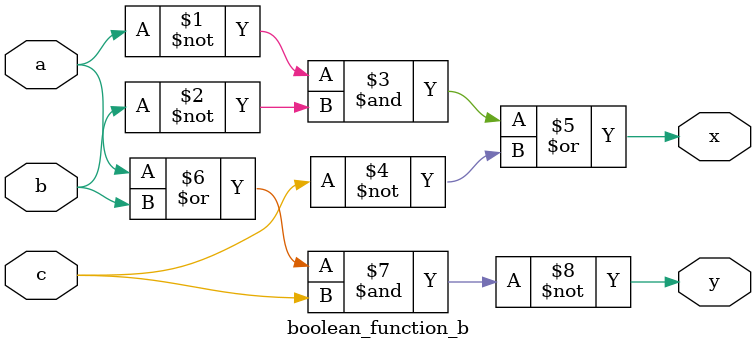
<source format=v>
`timescale 1ns / 1ps

/*
Company: Sogang University
Engineer: G_EEE3
Create Date: 2021/10/07 15:27:48
Module Name: boolean_function_b
*/

module boolean_function_b(
    input a, b, c,
    output x, y
);

assign x = (~a & ~b) | ~c;
assign y = ~((a | b) & c);

endmodule
</source>
